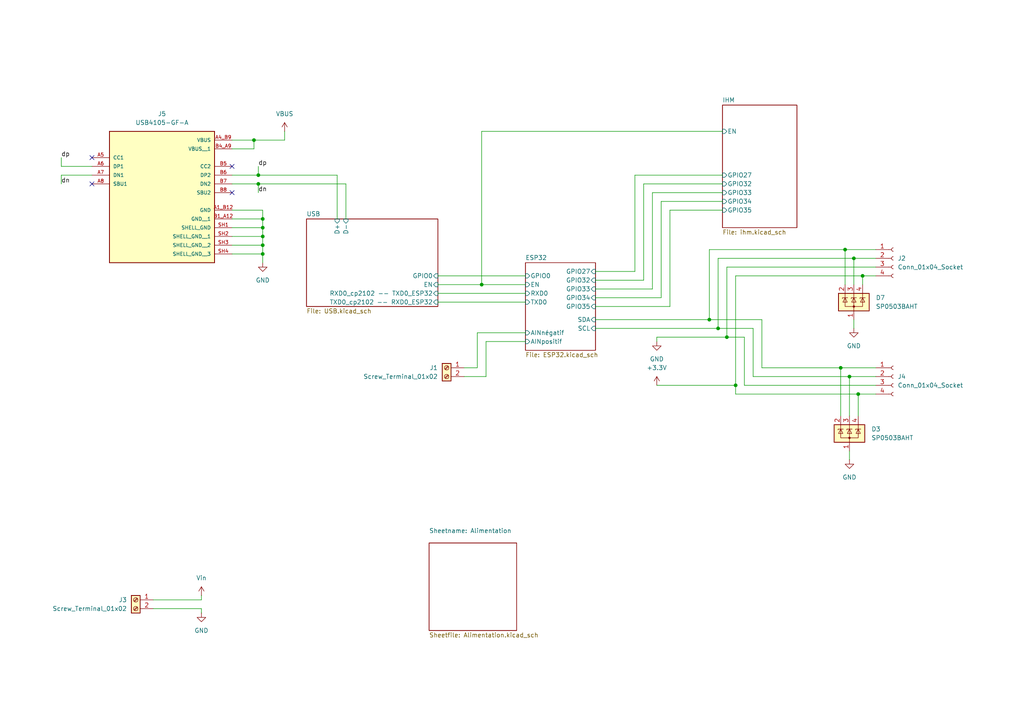
<source format=kicad_sch>
(kicad_sch (version 20250114) (generator "eeschema") (generator_version "9.0")
  (paper "A4")
  (lib_symbols
    (symbol "Connector:Conn_01x04_Socket" (pin_names (offset 1.016) (hide yes))
      (property "Reference" "J" (at 0 5.08 0))
      (property "Value" "Conn_01x04_Socket" (at 0 -7.62 0))
      (symbol "Conn_01x04_Socket_1_1"
        (polyline (pts (xy -1.27 2.54) (xy -0.508 2.54)) (stroke (width 0.1524)))
        (polyline (pts (xy -1.27 0) (xy -0.508 0)) (stroke (width 0.1524)))
        (polyline (pts (xy -1.27 -2.54) (xy -0.508 -2.54)) (stroke (width 0.1524)))
        (polyline (pts (xy -1.27 -5.08) (xy -0.508 -5.08)) (stroke (width 0.1524)))
        (arc (start 0 2.032) (mid -0.5058 2.54) (end 0 3.048) (stroke (width 0.1524)))
        (arc (start 0 -0.508) (mid -0.5058 0) (end 0 0.508) (stroke (width 0.1524)))
        (arc (start 0 -3.048) (mid -0.5058 -2.54) (end 0 -2.032) (stroke (width 0.1524)))
        (arc (start 0 -5.588) (mid -0.5058 -5.08) (end 0 -4.572) (stroke (width 0.1524)))
        (pin passive line (at -5.08 2.54 0) (length 3.81) (name "Pin_1") (number "1"))
        (pin passive line (at -5.08 0 0) (length 3.81) (name "Pin_2") (number "2"))
        (pin passive line (at -5.08 -2.54 0) (length 3.81) (name "Pin_3") (number "3"))
        (pin passive line (at -5.08 -5.08 0) (length 3.81) (name "Pin_4") (number "4"))
      )
    )
    (symbol "Connector:Screw_Terminal_01x02" (pin_names (offset 1.016) (hide yes))
      (property "Reference" "J" (at 0 2.54 0))
      (property "Value" "Screw_Terminal_01x02" (at 0 -5.08 0))
      (symbol "Screw_Terminal_01x02_1_1"
        (rectangle (start -1.27 1.27) (end 1.27 -3.81) (stroke (width 0.254)) (fill (type background)))
        (polyline (pts (xy -0.5334 0.3302) (xy 0.3302 -0.508)) (stroke (width 0.1524)))
        (polyline (pts (xy -0.5334 -2.2098) (xy 0.3302 -3.048)) (stroke (width 0.1524)))
        (polyline (pts (xy -0.3556 0.508) (xy 0.508 -0.3302)) (stroke (width 0.1524)))
        (polyline (pts (xy -0.3556 -2.032) (xy 0.508 -2.8702)) (stroke (width 0.1524)))
        (circle (center 0 0) (radius 0.635) (stroke (width 0.1524)))
        (circle (center 0 -2.54) (radius 0.635) (stroke (width 0.1524)))
        (pin passive line (at -5.08 0 0) (length 3.81) (name "Pin_1") (number "1"))
        (pin passive line (at -5.08 -2.54 0) (length 3.81) (name "Pin_2") (number "2"))
      )
    )
    (symbol "Power_Protection:SP0503BAHT" (pin_names (hide yes))
      (property "Reference" "D" (at 5.715 2.54 0))
      (property "Value" "SP0503BAHT" (at 5.715 0.635 0))
      (symbol "SP0503BAHT_0_0"
        (pin passive line (at 0 -5.08 90) (length 2.54) (name "A") (number "1"))
      )
      (symbol "SP0503BAHT_0_1"
        (rectangle (start -4.445 2.54) (end 4.445 -2.54) (stroke (width 0.254)) (fill (type background)))
        (polyline (pts (xy -3.302 1.016) (xy -3.302 1.27) (xy -1.905 1.27) (xy -1.778 1.27)))
        (polyline (pts (xy -2.54 2.54) (xy -2.54 1.27)))
        (polyline (pts (xy -2.54 1.27) (xy -2.54 -1.27) (xy 2.54 -1.27) (xy 2.54 1.27)))
        (polyline (pts (xy -2.54 1.27) (xy -1.905 0) (xy -3.175 0) (xy -2.54 1.27)))
        (polyline (pts (xy 0 2.54) (xy 0 1.27)))
        (polyline (pts (xy 0 -1.27) (xy 0 1.27)))
        (polyline (pts (xy 0 -1.27) (xy 0 -2.54)))
        (circle (center 0 -1.27) (radius 0.254) (fill (type outline)))
        (polyline (pts (xy 0.635 1.27) (xy 0.762 1.27)))
        (polyline (pts (xy 0.635 1.27) (xy -0.762 1.27) (xy -0.762 1.016)))
        (polyline (pts (xy 0.635 0) (xy -0.635 0) (xy 0 1.27) (xy 0.635 0)))
        (polyline (pts (xy 1.778 1.016) (xy 1.778 1.27) (xy 3.175 1.27) (xy 3.302 1.27)))
        (polyline (pts (xy 2.54 2.54) (xy 2.54 1.27)))
        (polyline (pts (xy 2.54 1.27) (xy 1.905 0) (xy 3.175 0) (xy 2.54 1.27)))
      )
      (symbol "SP0503BAHT_1_1"
        (pin passive line (at -2.54 5.08 270) (length 2.54) (name "K") (number "2"))
        (pin passive line (at 0 5.08 270) (length 2.54) (name "K") (number "3"))
        (pin passive line (at 2.54 5.08 270) (length 2.54) (name "K") (number "4"))
      )
    )
    (symbol "library_perso:USB4105-GF-A" (pin_names (offset 1.016))
      (property "Reference" "J" (at -15.24 13.97 0))
      (property "Value" "USB4105-GF-A" (at -15.24 -27.94 0))
      (symbol "USB4105-GF-A_0_0"
        (rectangle (start -15.24 -25.4) (end 15.24 12.7) (stroke (width 0.254)) (fill (type background)))
        (pin bidirectional line (at -20.32 5.08 0) (length 5.08) (name "CC1") (number "A5"))
        (pin bidirectional line (at -20.32 2.54 0) (length 5.08) (name "DP1") (number "A6"))
        (pin bidirectional line (at -20.32 0 0) (length 5.08) (name "DN1") (number "A7"))
        (pin bidirectional line (at -20.32 -2.54 0) (length 5.08) (name "SBU1") (number "A8"))
        (pin power_in line (at 20.32 10.16 180) (length 5.08) (name "VBUS") (number "A4_B9"))
        (pin power_in line (at 20.32 7.62 180) (length 5.08) (name "VBUS__1") (number "B4_A9"))
        (pin bidirectional line (at 20.32 2.54 180) (length 5.08) (name "CC2") (number "B5"))
        (pin bidirectional line (at 20.32 0 180) (length 5.08) (name "DP2") (number "B6"))
        (pin bidirectional line (at 20.32 -2.54 180) (length 5.08) (name "DN2") (number "B7"))
        (pin bidirectional line (at 20.32 -5.08 180) (length 5.08) (name "SBU2") (number "B8"))
        (pin power_in line (at 20.32 -10.16 180) (length 5.08) (name "GND") (number "A1_B12"))
        (pin power_in line (at 20.32 -12.7 180) (length 5.08) (name "GND__1") (number "B1_A12"))
        (pin power_in line (at 20.32 -15.24 180) (length 5.08) (name "SHELL_GND") (number "SH1"))
        (pin power_in line (at 20.32 -17.78 180) (length 5.08) (name "SHELL_GND__1") (number "SH2"))
        (pin power_in line (at 20.32 -20.32 180) (length 5.08) (name "SHELL_GND__2") (number "SH3"))
        (pin power_in line (at 20.32 -22.86 180) (length 5.08) (name "SHELL_GND__3") (number "SH4"))
      )
    )
    (symbol "power:+3.3V" (power) (pin_numbers (hide yes)) (pin_names (offset 0) (hide yes))
      (property "Value" "+3.3V" (at 0 3.556 0))
      (symbol "+3.3V_0_1"
        (polyline (pts (xy -0.762 1.27) (xy 0 2.54)))
        (polyline (pts (xy 0 2.54) (xy 0.762 1.27)))
        (polyline (pts (xy 0 0) (xy 0 2.54)))
      )
      (symbol "+3.3V_1_1"
        (pin power_in line (at 0 0 90) (length 0) (name "~") (number "1"))
      )
    )
    (symbol "power:+5V" (power) (pin_numbers (hide yes)) (pin_names (offset 0) (hide yes))
      (property "Value" "+5V" (at 0 3.556 0))
      (symbol "+5V_0_1"
        (polyline (pts (xy -0.762 1.27) (xy 0 2.54)))
        (polyline (pts (xy 0 2.54) (xy 0.762 1.27)))
        (polyline (pts (xy 0 0) (xy 0 2.54)))
      )
      (symbol "+5V_1_1"
        (pin power_in line (at 0 0 90) (length 0) (name "~") (number "1"))
      )
    )
    (symbol "power:GND" (power) (pin_numbers (hide yes)) (pin_names (offset 0) (hide yes))
      (property "Value" "GND" (at 0 -3.81 0))
      (symbol "GND_0_1"
        (polyline (pts (xy 0 0) (xy 0 -1.27) (xy 1.27 -1.27) (xy 0 -2.54) (xy -1.27 -1.27) (xy 0 -1.27)))
      )
      (symbol "GND_1_1"
        (pin power_in line (at 0 0 270) (length 0) (name "~") (number "1"))
      )
    )
    (symbol "power:VBUS" (power) (pin_numbers (hide yes)) (pin_names (offset 0) (hide yes))
      (property "Value" "VBUS" (at 0 3.556 0))
      (symbol "VBUS_0_1"
        (polyline (pts (xy -0.762 1.27) (xy 0 2.54)))
        (polyline (pts (xy 0 2.54) (xy 0.762 1.27)))
        (polyline (pts (xy 0 0) (xy 0 2.54)))
      )
      (symbol "VBUS_1_1"
        (pin power_in line (at 0 0 90) (length 0) (name "~") (number "1"))
      )
    )
  )
  (junction (at 247.65 74.93))
  (junction (at 76.2 71.12))
  (junction (at 245.11 72.39))
  (junction (at 250.19 80.01))
  (junction (at 213.36 111.76))
  (junction (at 76.2 68.58))
  (junction (at 248.92 114.3))
  (junction (at 139.7 82.55))
  (junction (at 74.93 50.8))
  (junction (at 246.38 109.22))
  (junction (at 73.66 40.64))
  (junction (at 243.84 106.68))
  (junction (at 205.74 92.71))
  (junction (at 208.28 95.25))
  (junction (at 74.93 53.34))
  (junction (at 76.2 73.66))
  (junction (at 210.82 97.79))
  (junction (at 76.2 66.04))
  (junction (at 76.2 63.5))
  (no_connect (at 26.67 45.72))
  (no_connect (at 67.31 55.88))
  (no_connect (at 67.31 48.26))
  (no_connect (at 26.67 53.34))
  (wire (pts (xy 190.5 97.79) (xy 190.5 99.06)))
  (wire (pts (xy 76.2 73.66) (xy 76.2 76.2)))
  (wire (pts (xy 172.72 88.9) (xy 194.31 88.9)))
  (wire (pts (xy 184.15 50.8) (xy 209.55 50.8)))
  (wire (pts (xy 17.78 50.8) (xy 26.67 50.8)))
  (wire (pts (xy 213.36 80.01) (xy 213.36 111.76)))
  (wire (pts (xy 208.28 95.25) (xy 208.28 74.93)))
  (wire (pts (xy 138.43 106.68) (xy 138.43 96.52)))
  (wire (pts (xy 205.74 92.71) (xy 220.98 92.71)))
  (wire (pts (xy 74.93 48.26) (xy 74.93 50.8)))
  (wire (pts (xy 67.31 43.18) (xy 73.66 43.18)))
  (wire (pts (xy 172.72 86.36) (xy 191.77 86.36)))
  (wire (pts (xy 243.84 106.68) (xy 254 106.68)))
  (wire (pts (xy 140.97 109.22) (xy 134.62 109.22)))
  (wire (pts (xy 67.31 63.5) (xy 76.2 63.5)))
  (wire (pts (xy 246.38 130.81) (xy 246.38 133.35)))
  (wire (pts (xy 220.98 92.71) (xy 220.98 106.68)))
  (wire (pts (xy 73.66 43.18) (xy 73.66 40.64)))
  (wire (pts (xy 247.65 74.93) (xy 254 74.93)))
  (wire (pts (xy 245.11 72.39) (xy 254 72.39)))
  (wire (pts (xy 127 85.09) (xy 152.4 85.09)))
  (wire (pts (xy 82.55 38.1) (xy 82.55 40.64)))
  (wire (pts (xy 134.62 106.68) (xy 138.43 106.68)))
  (wire (pts (xy 139.7 38.1) (xy 209.55 38.1)))
  (wire (pts (xy 67.31 73.66) (xy 76.2 73.66)))
  (wire (pts (xy 76.2 60.96) (xy 76.2 63.5)))
  (wire (pts (xy 127 87.63) (xy 152.4 87.63)))
  (wire (pts (xy 208.28 74.93) (xy 247.65 74.93)))
  (wire (pts (xy 250.19 80.01) (xy 250.19 82.55)))
  (wire (pts (xy 191.77 58.42) (xy 191.77 86.36)))
  (wire (pts (xy 213.36 111.76) (xy 190.5 111.76)))
  (wire (pts (xy 76.2 66.04) (xy 76.2 68.58)))
  (wire (pts (xy 17.78 53.34) (xy 17.78 50.8)))
  (wire (pts (xy 67.31 50.8) (xy 74.93 50.8)))
  (wire (pts (xy 184.15 78.74) (xy 184.15 50.8)))
  (wire (pts (xy 186.69 81.28) (xy 172.72 81.28)))
  (wire (pts (xy 58.42 172.72) (xy 58.42 173.99)))
  (wire (pts (xy 139.7 82.55) (xy 152.4 82.55)))
  (wire (pts (xy 213.36 114.3) (xy 213.36 111.76)))
  (wire (pts (xy 140.97 99.06) (xy 140.97 109.22)))
  (wire (pts (xy 67.31 53.34) (xy 74.93 53.34)))
  (wire (pts (xy 74.93 53.34) (xy 100.33 53.34)))
  (wire (pts (xy 205.74 92.71) (xy 205.74 72.39)))
  (wire (pts (xy 58.42 177.8) (xy 58.42 176.53)))
  (wire (pts (xy 58.42 173.99) (xy 44.45 173.99)))
  (wire (pts (xy 73.66 40.64) (xy 82.55 40.64)))
  (wire (pts (xy 248.92 114.3) (xy 213.36 114.3)))
  (wire (pts (xy 67.31 66.04) (xy 76.2 66.04)))
  (wire (pts (xy 67.31 71.12) (xy 76.2 71.12)))
  (wire (pts (xy 58.42 176.53) (xy 44.45 176.53)))
  (wire (pts (xy 74.93 50.8) (xy 97.79 50.8)))
  (wire (pts (xy 172.72 83.82) (xy 189.23 83.82)))
  (wire (pts (xy 218.44 109.22) (xy 246.38 109.22)))
  (wire (pts (xy 209.55 58.42) (xy 191.77 58.42)))
  (wire (pts (xy 67.31 40.64) (xy 73.66 40.64)))
  (wire (pts (xy 172.72 78.74) (xy 184.15 78.74)))
  (wire (pts (xy 210.82 97.79) (xy 190.5 97.79)))
  (wire (pts (xy 97.79 50.8) (xy 97.79 63.5)))
  (wire (pts (xy 172.72 95.25) (xy 208.28 95.25)))
  (wire (pts (xy 247.65 92.71) (xy 247.65 95.25)))
  (wire (pts (xy 17.78 48.26) (xy 26.67 48.26)))
  (wire (pts (xy 218.44 95.25) (xy 218.44 109.22)))
  (wire (pts (xy 250.19 80.01) (xy 254 80.01)))
  (wire (pts (xy 67.31 68.58) (xy 76.2 68.58)))
  (wire (pts (xy 76.2 63.5) (xy 76.2 66.04)))
  (wire (pts (xy 246.38 109.22) (xy 246.38 120.65)))
  (wire (pts (xy 254 114.3) (xy 248.92 114.3)))
  (wire (pts (xy 138.43 96.52) (xy 152.4 96.52)))
  (wire (pts (xy 127 80.01) (xy 152.4 80.01)))
  (wire (pts (xy 209.55 53.34) (xy 186.69 53.34)))
  (wire (pts (xy 215.9 111.76) (xy 215.9 97.79)))
  (wire (pts (xy 194.31 88.9) (xy 194.31 60.96)))
  (wire (pts (xy 220.98 106.68) (xy 243.84 106.68)))
  (wire (pts (xy 76.2 71.12) (xy 76.2 73.66)))
  (wire (pts (xy 74.93 53.34) (xy 74.93 55.88)))
  (wire (pts (xy 215.9 97.79) (xy 210.82 97.79)))
  (wire (pts (xy 210.82 77.47) (xy 210.82 97.79)))
  (wire (pts (xy 189.23 55.88) (xy 209.55 55.88)))
  (wire (pts (xy 205.74 72.39) (xy 245.11 72.39)))
  (wire (pts (xy 76.2 68.58) (xy 76.2 71.12)))
  (wire (pts (xy 186.69 53.34) (xy 186.69 81.28)))
  (wire (pts (xy 189.23 83.82) (xy 189.23 55.88)))
  (wire (pts (xy 246.38 109.22) (xy 254 109.22)))
  (wire (pts (xy 210.82 77.47) (xy 254 77.47)))
  (wire (pts (xy 248.92 114.3) (xy 248.92 120.65)))
  (wire (pts (xy 152.4 99.06) (xy 140.97 99.06)))
  (wire (pts (xy 172.72 92.71) (xy 205.74 92.71)))
  (wire (pts (xy 17.78 45.72) (xy 17.78 48.26)))
  (wire (pts (xy 100.33 63.5) (xy 100.33 53.34)))
  (wire (pts (xy 208.28 95.25) (xy 218.44 95.25)))
  (wire (pts (xy 67.31 60.96) (xy 76.2 60.96)))
  (wire (pts (xy 194.31 60.96) (xy 209.55 60.96)))
  (wire (pts (xy 139.7 38.1) (xy 139.7 82.55)))
  (wire (pts (xy 245.11 72.39) (xy 245.11 82.55)))
  (wire (pts (xy 243.84 106.68) (xy 243.84 120.65)))
  (wire (pts (xy 127 82.55) (xy 139.7 82.55)))
  (wire (pts (xy 247.65 74.93) (xy 247.65 82.55)))
  (wire (pts (xy 254 111.76) (xy 215.9 111.76)))
  (wire (pts (xy 213.36 80.01) (xy 250.19 80.01)))
  (label "dn" (at 74.93 55.88 0))
  (label "dp" (at 74.93 48.26 0))
  (label "dn" (at 17.78 53.34 0))
  (label "dp" (at 17.78 45.72 0))
  (symbol (lib_id "power:GND") (at 58.42 177.8 0) (unit 1)
    (property "Reference" "#PWR030" (effects (hide yes)))
    (property "Value" "GND" (at 58.42 182.88 0))
    (property "Description" "Power symbol creates a global label with name \"GND\" , ground" (effects (hide yes)))
  )
  (symbol (lib_id "power:GND") (at 190.5 99.06 0) (unit 1)
    (property "Reference" "#PWR028" (effects (hide yes)))
    (property "Value" "GND" (at 190.5 104.14 0))
    (property "Description" "Power symbol creates a global label with name \"GND\" , ground" (effects (hide yes)))
  )
  (symbol (lib_id "Connector:Conn_01x04_Socket") (at 259.08 109.22 0) (unit 1)
    (property "Reference" "J4" (at 260.35 109.2199 0) (effects (justify left)))
    (property "Value" "Conn_01x04_Socket" (at 260.35 111.7599 0) (effects (justify left)))
    (property "Description" "Generic connector, single row, 01x04, script generated" (effects (hide yes)))
  )
  (symbol (lib_id "Connector:Conn_01x04_Socket") (at 259.08 74.93 0) (unit 1)
    (property "Reference" "J2" (at 260.35 74.9299 0) (effects (justify left)))
    (property "Value" "Conn_01x04_Socket" (at 260.35 77.4699 0) (effects (justify left)))
    (property "Description" "Generic connector, single row, 01x04, script generated" (effects (hide yes)))
  )
  (symbol (lib_id "power:GND") (at 246.38 133.35 0) (unit 1)
    (property "Reference" "#PWR036" (effects (hide yes)))
    (property "Value" "GND" (at 246.38 138.43 0))
    (property "Description" "Power symbol creates a global label with name \"GND\" , ground" (effects (hide yes)))
  )
  (symbol (lib_id "Connector:Screw_Terminal_01x02") (at 129.54 106.68 0) (mirror y) (unit 1)
    (property "Reference" "J1" (at 127 106.6799 0) (effects (justify left)))
    (property "Value" "Screw_Terminal_01x02" (at 127 109.2199 0) (effects (justify left)))
    (property "Description" "Generic screw terminal, single row, 01x02, script generated (kicad-library-utils/schlib/autogen/connector/)" (effects (hide yes)))
  )
  (symbol (lib_id "Power_Protection:SP0503BAHT") (at 246.38 125.73 0) (unit 1)
    (property "Reference" "D3" (at 252.73 124.4599 0) (effects (justify left)))
    (property "Value" "SP0503BAHT" (at 252.73 126.9999 0) (effects (justify left)))
    (property "Footprint" "Package_TO_SOT_SMD:SOT-143" (effects (hide yes)))
    (property "Datasheet" "http://www.littelfuse.com/~/media/files/littelfuse/technical%20resources/documents/data%20sheets/sp05xxba.pdf" (effects (hide yes)))
    (property "Description" "TVS Diode Array, 5.5V Standoff, 3 Channels, SOT-143 package" (effects (hide yes)))
  )
  (symbol (lib_id "power:GND") (at 247.65 95.25 0) (unit 1)
    (property "Reference" "#PWR032" (effects (hide yes)))
    (property "Value" "GND" (at 247.65 100.33 0))
    (property "Description" "Power symbol creates a global label with name \"GND\" , ground" (effects (hide yes)))
  )
  (symbol (lib_id "power:+3.3V") (at 190.5 111.76 0) (unit 1)
    (property "Reference" "#PWR029" (effects (hide yes)))
    (property "Value" "+3.3V" (at 190.5 106.68 0))
    (property "Description" "Power symbol creates a global label with name \"+3.3V\"" (effects (hide yes)))
  )
  (symbol (lib_id "power:+5V") (at 58.42 172.72 0) (unit 1)
    (property "Reference" "#PWR031" (effects (hide yes)))
    (property "Value" "Vin" (at 58.42 167.64 0))
    (property "Description" "Power symbol creates a global label with name \"+5V\"" (effects (hide yes)))
  )
  (symbol (lib_id "power:GND") (at 76.2 76.2 0) (unit 1)
    (property "Reference" "#PWR01" (effects (hide yes)))
    (property "Value" "GND" (at 76.2 81.28 0))
    (property "Description" "Power symbol creates a global label with name \"GND\" , ground" (effects (hide yes)))
  )
  (symbol (lib_id "library_perso:USB4105-GF-A") (at 46.99 50.8 0) (unit 1)
    (property "Reference" "J5" (at 46.99 33.02 0))
    (property "Value" "USB4105-GF-A" (at 46.99 35.56 0))
    (property "Footprint" "USB4105-GF-A:GCT_USB4105-GF-A" (effects (hide yes)))
    (property "PARTREV" "B4" (effects (hide yes)))
    (property "STANDARD" "Manufacturer Recommendations" (effects (hide yes)))
    (property "MAXIMUM_PACKAGE_HEIGHT" "3.31 mm" (effects (hide yes)))
    (property "MANUFACTURER" "GCT" (effects (hide yes)))
  )
  (symbol (lib_id "Connector:Screw_Terminal_01x02") (at 39.37 173.99 0) (mirror y) (unit 1)
    (property "Reference" "J3" (at 36.83 173.9899 0) (effects (justify left)))
    (property "Value" "Screw_Terminal_01x02" (at 36.83 176.5299 0) (effects (justify left)))
    (property "Description" "Generic screw terminal, single row, 01x02, script generated (kicad-library-utils/schlib/autogen/connector/)" (effects (hide yes)))
  )
  (symbol (lib_id "Power_Protection:SP0503BAHT") (at 247.65 87.63 0) (unit 1)
    (property "Reference" "D7" (at 254 86.3599 0) (effects (justify left)))
    (property "Value" "SP0503BAHT" (at 254 88.8999 0) (effects (justify left)))
    (property "Footprint" "Package_TO_SOT_SMD:SOT-143" (effects (hide yes)))
    (property "Datasheet" "http://www.littelfuse.com/~/media/files/littelfuse/technical%20resources/documents/data%20sheets/sp05xxba.pdf" (effects (hide yes)))
    (property "Description" "TVS Diode Array, 5.5V Standoff, 3 Channels, SOT-143 package" (effects (hide yes)))
  )
  (symbol (lib_id "power:VBUS") (at 82.55 38.1 0) (unit 1)
    (property "Reference" "#PWR037" (effects (hide yes)))
    (property "Value" "VBUS" (at 82.55 33.02 0))
    (property "Description" "Power symbol creates a global label with name \"VBUS\"" (effects (hide yes)))
  )
  (sheet (at 209.55 30.48) (size 21.59 35.56) (stroke (width 0.1524))
    (property "Sheetname" "IHM" (at 209.55 29.7684 0) (effects (justify left bottom)))
    (property "Sheetfile" "ihm.kicad_sch" (at 209.55 66.6246 0) (effects (justify left top)))
    (pin "EN" input (at 209.55 38.1 180))
    (pin "GPIO34" input (at 209.55 58.42 180))
    (pin "GPIO35" input (at 209.55 60.96 180))
    (pin "GPIO27" input (at 209.55 50.8 180))
    (pin "GPIO32" input (at 209.55 53.34 180))
    (pin "GPIO33" input (at 209.55 55.88 180))
  )
  (sheet (at 88.9 63.5) (size 38.1 25.4) (stroke (width 0.1524))
    (property "Sheetname" "USB" (at 88.9 62.7884 0) (effects (justify left bottom)))
    (property "Sheetfile" "USB.kicad_sch" (at 88.9 89.4846 0) (effects (justify left top)))
    (pin "EN" input (at 127 82.55 0))
    (pin "GPIO0" input (at 127 80.01 0))
    (pin "D+" input (at 97.79 63.5 90))
    (pin "D-" input (at 100.33 63.5 90))
    (pin "RXD0_cp2102 -- TXD0_ESP32" input (at 127 85.09 0))
    (pin "TXD0_cp2102 -- RXD0_ESP32" input (at 127 87.63 0))
  )
  (sheet (at 152.4 76.2) (size 20.32 25.4) (stroke (width 0.1524))
    (property "Sheetname" "ESP32" (at 152.4 75.4884 0) (effects (justify left bottom)))
    (property "Sheetfile" "ESP32.kicad_sch" (at 152.4 102.1846 0) (effects (justify left top)))
    (pin "EN" input (at 152.4 82.55 180))
    (pin "GPIO0" input (at 152.4 80.01 180))
    (pin "RXD0" input (at 152.4 85.09 180))
    (pin "TXD0" input (at 152.4 87.63 180))
    (pin "GPIO33" input (at 172.72 83.82 0))
    (pin "GPIO34" input (at 172.72 86.36 0))
    (pin "GPIO35" input (at 172.72 88.9 0))
    (pin "SCL" input (at 172.72 95.25 0))
    (pin "SDA" input (at 172.72 92.71 0))
    (pin "GPIO27" input (at 172.72 78.74 0))
    (pin "GPIO32" input (at 172.72 81.28 0))
    (pin "AINnégatif" input (at 152.4 96.52 180))
    (pin "AINpositif" input (at 152.4 99.06 180))
  )
  (sheet (at 124.46 157.48) (size 25.4 25.4) (stroke (width 0.1524))
    (property "Sheetname" "Alimentation" (at 124.46 154.686 0) (show_name yes) (effects (justify left bottom)))
    (property "Sheetfile" "Alimentation.kicad_sch" (at 124.46 183.4646 0) (show_name yes) (effects (justify left top)))
  )
)
</source>
